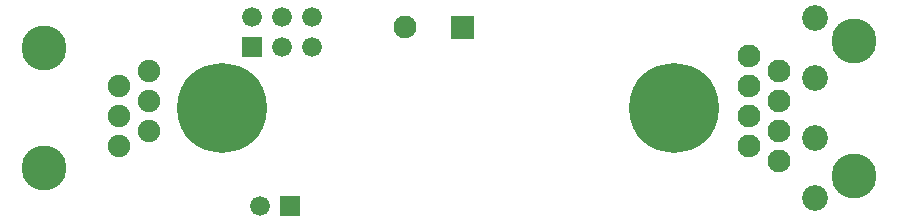
<source format=gbr>
G04 start of page 6 for group -4062 idx -4062 *
G04 Title: (unknown), soldermask *
G04 Creator: pcb 20110918 *
G04 CreationDate: Sat 02 Feb 2013 06:53:47 PM GMT UTC *
G04 For: petersen *
G04 Format: Gerber/RS-274X *
G04 PCB-Dimensions: 293000 81000 *
G04 PCB-Coordinate-Origin: lower left *
%MOIN*%
%FSLAX25Y25*%
%LNBOTTOMMASK*%
%ADD81C,0.0660*%
%ADD80C,0.0750*%
%ADD79C,0.0760*%
%ADD78C,0.0001*%
%ADD77C,0.1500*%
%ADD76C,0.0860*%
%ADD75C,0.2937*%
%ADD74C,0.2997*%
G54D74*X221500Y40500D03*
G54D75*D03*
G54D76*X268500Y50500D03*
Y70500D03*
G54D77*X281500Y18000D03*
Y63000D03*
G54D76*X268500Y10500D03*
Y30500D03*
G54D78*G36*
X147306Y71300D02*Y63700D01*
X154906D01*
Y71300D01*
X147306D01*
G37*
G54D79*X131894Y67500D03*
X256500Y23000D03*
Y33000D03*
Y43000D03*
Y53000D03*
X246500Y28000D03*
Y38000D03*
Y48000D03*
Y58000D03*
G54D77*X11500Y60500D03*
G54D80*X46500Y53000D03*
X36500Y48000D03*
X46500Y43000D03*
X36500Y38000D03*
X46500Y33000D03*
X36500Y28000D03*
G54D77*X11500Y20500D03*
G54D74*X71000Y40500D03*
G54D78*G36*
X77700Y64300D02*Y57700D01*
X84300D01*
Y64300D01*
X77700D01*
G37*
G54D81*X91000Y61000D03*
X101000D03*
X81000Y71000D03*
X91000D03*
X101000D03*
G54D78*G36*
X90200Y11300D02*Y4700D01*
X96800D01*
Y11300D01*
X90200D01*
G37*
G54D81*X83500Y8000D03*
M02*

</source>
